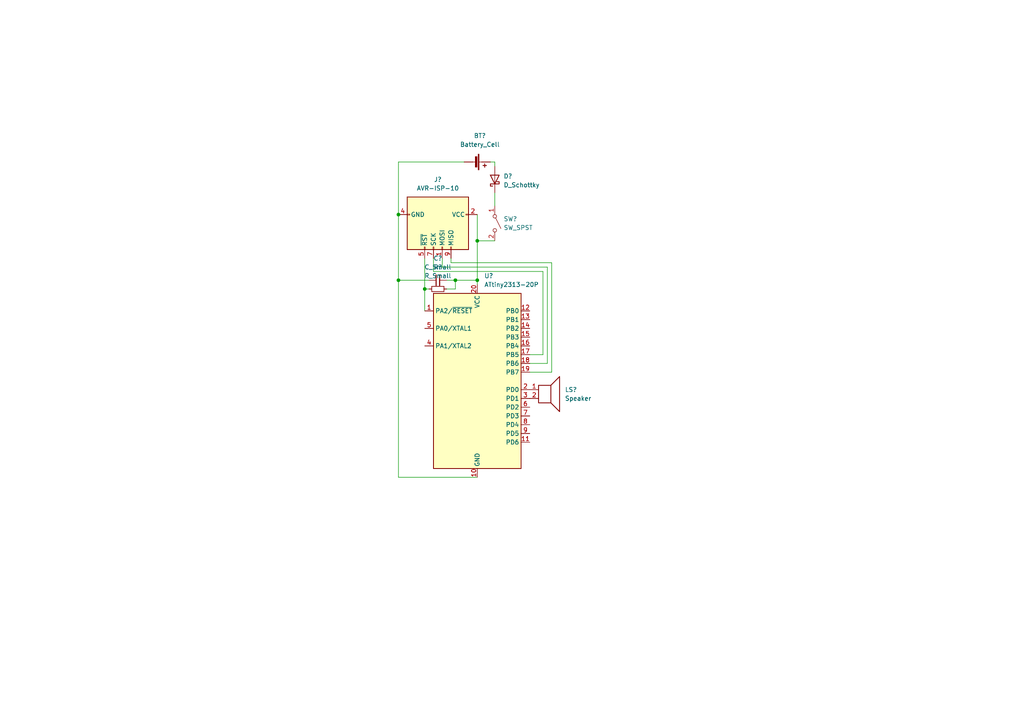
<source format=kicad_sch>
(kicad_sch (version 20211123) (generator eeschema)
  (paper "A4")
  (lib_symbols
    (symbol "Connector:AVR-ISP-10" (pin_names (offset 1.016))
      (property "Reference" "J" (at -6.35 11.43 0))
      (property "Value" "AVR-ISP-10" (at 0 11.43 0))
      (symbol "AVR-ISP-10_0_1"
        (rectangle (start -2.667 -6.858) (end -2.413 -7.62))
        (rectangle (start -2.667 10.16) (end -2.413 9.398))
        (rectangle (start 7.62 -2.413) (end 6.858 -2.667))
        (rectangle (start 7.62 0.127) (end 6.858 -0.127))
        (rectangle (start 7.62 2.667) (end 6.858 2.413))
        (rectangle (start 7.62 5.207) (end 6.858 4.953))
        (rectangle (start 7.62 10.16) (end -7.62 -7.62) (stroke (width 0.254)) (fill (type background)))
      )
      (symbol "AVR-ISP-10_1_1"
        (pin passive line (at 10.16 2.54 180) (length 2.54) (name "MOSI") (number "1"))
        (pin passive line (at -2.54 -10.16 90) (length 2.54) hide (name "GND") (number "10"))
        (pin passive line (at -2.54 12.7 270) (length 2.54) (name "VCC") (number "2"))
        (pin no_connect line (at 7.62 -5.08 180) (length 2.54) hide (name "NC") (number "3"))
        (pin passive line (at -2.54 -10.16 90) (length 2.54) (name "GND") (number "4"))
        (pin passive line (at 10.16 -2.54 180) (length 2.54) (name "~{RST}") (number "5"))
        (pin passive line (at -2.54 -10.16 90) (length 2.54) hide (name "GND") (number "6"))
        (pin passive line (at 10.16 0 180) (length 2.54) (name "SCK") (number "7"))
        (pin passive line (at -2.54 -10.16 90) (length 2.54) hide (name "GND") (number "8"))
        (pin passive line (at 10.16 5.08 180) (length 2.54) (name "MISO") (number "9"))
      )
    )
    (symbol "Device:Battery_Cell" (pin_numbers hide) (pin_names (offset 0) hide)
      (property "Reference" "BT" (at 2.54 2.54 0))
      (property "Value" "Battery_Cell" (at 2.54 0 0))
      (symbol "Battery_Cell_0_1"
        (rectangle (start -2.286 1.778) (end 2.286 1.524) (fill (type outline)))
        (rectangle (start -1.5748 1.1938) (end 1.4732 0.6858) (fill (type outline)))
        (polyline (pts (xy 0 0.762) (xy 0 0)))
        (polyline (pts (xy 0 1.778) (xy 0 2.54)))
        (polyline (pts (xy 0.508 3.429) (xy 1.524 3.429)) (stroke (width 0.254)))
        (polyline (pts (xy 1.016 3.937) (xy 1.016 2.921)) (stroke (width 0.254)))
      )
      (symbol "Battery_Cell_1_1"
        (pin passive line (at 0 5.08 270) (length 2.54) (name "+") (number "1"))
        (pin passive line (at 0 -2.54 90) (length 2.54) (name "-") (number "2"))
      )
    )
    (symbol "Device:C_Small" (pin_numbers hide) (pin_names (offset 0.254) hide)
      (property "Reference" "C" (at 0.254 1.778 0))
      (property "Value" "C_Small" (at 0.254 -2.032 0))
      (symbol "C_Small_0_1"
        (polyline (pts (xy -1.524 -0.508) (xy 1.524 -0.508)) (stroke (width 0.3302)))
        (polyline (pts (xy -1.524 0.508) (xy 1.524 0.508)) (stroke (width 0.3048)))
      )
      (symbol "C_Small_1_1"
        (pin passive line (at 0 2.54 270) (length 2.032) (name "~") (number "1"))
        (pin passive line (at 0 -2.54 90) (length 2.032) (name "~") (number "2"))
      )
    )
    (symbol "Device:D_Schottky" (pin_numbers hide) (pin_names (offset 1.016) hide)
      (property "Reference" "D" (at 0 2.54 0))
      (property "Value" "D_Schottky" (at 0 -2.54 0))
      (symbol "D_Schottky_0_1"
        (polyline (pts (xy 1.27 0) (xy -1.27 0)))
        (polyline (pts (xy 1.27 1.27) (xy 1.27 -1.27) (xy -1.27 0) (xy 1.27 1.27)) (stroke (width 0.254)))
        (polyline (pts (xy -1.905 0.635) (xy -1.905 1.27) (xy -1.27 1.27) (xy -1.27 -1.27) (xy -0.635 -1.27) (xy -0.635 -0.635)) (stroke (width 0.254)))
      )
      (symbol "D_Schottky_1_1"
        (pin passive line (at -3.81 0 0) (length 2.54) (name "K") (number "1"))
        (pin passive line (at 3.81 0 180) (length 2.54) (name "A") (number "2"))
      )
    )
    (symbol "Device:R_Small" (pin_numbers hide) (pin_names (offset 0.254) hide)
      (property "Reference" "R" (at 0.762 0.508 0))
      (property "Value" "R_Small" (at 0.762 -1.016 0))
      (symbol "R_Small_0_1"
        (rectangle (start -0.762 1.778) (end 0.762 -1.778) (stroke (width 0.2032)))
      )
      (symbol "R_Small_1_1"
        (pin passive line (at 0 2.54 270) (length 0.762) (name "~") (number "1"))
        (pin passive line (at 0 -2.54 90) (length 0.762) (name "~") (number "2"))
      )
    )
    (symbol "Device:Speaker" (pin_names (offset 0) hide)
      (property "Reference" "LS" (at 1.27 5.715 0))
      (property "Value" "Speaker" (at 1.27 3.81 0))
      (symbol "Speaker_0_0"
        (rectangle (start -2.54 1.27) (end 1.016 -3.81) (stroke (width 0.254)))
        (polyline (pts (xy 1.016 1.27) (xy 3.556 3.81) (xy 3.556 -6.35) (xy 1.016 -3.81)) (stroke (width 0.254)))
      )
      (symbol "Speaker_1_1"
        (pin input line (at -5.08 0 0) (length 2.54) (name "1") (number "1"))
        (pin input line (at -5.08 -2.54 0) (length 2.54) (name "2") (number "2"))
      )
    )
    (symbol "MCU_Microchip_ATtiny:ATtiny2313-20P"
      (property "Reference" "U" (at -12.7 26.67 0))
      (property "Value" "ATtiny2313-20P" (at 2.54 -26.67 0))
      (symbol "ATtiny2313-20P_0_1"
        (rectangle (start -12.7 -25.4) (end 12.7 25.4) (stroke (width 0.254)) (fill (type background)))
      )
      (symbol "ATtiny2313-20P_1_1"
        (pin bidirectional line (at -15.24 20.32 0) (length 2.54) (name "PA2/~{RESET}") (number "1"))
        (pin power_in line (at 0 -27.94 90) (length 2.54) (name "GND") (number "10"))
        (pin bidirectional line (at 15.24 -17.78 180) (length 2.54) (name "PD6") (number "11"))
        (pin bidirectional line (at 15.24 20.32 180) (length 2.54) (name "PB0") (number "12"))
        (pin bidirectional line (at 15.24 17.78 180) (length 2.54) (name "PB1") (number "13"))
        (pin bidirectional line (at 15.24 15.24 180) (length 2.54) (name "PB2") (number "14"))
        (pin bidirectional line (at 15.24 12.7 180) (length 2.54) (name "PB3") (number "15"))
        (pin bidirectional line (at 15.24 10.16 180) (length 2.54) (name "PB4") (number "16"))
        (pin bidirectional line (at 15.24 7.62 180) (length 2.54) (name "PB5") (number "17"))
        (pin bidirectional line (at 15.24 5.08 180) (length 2.54) (name "PB6") (number "18"))
        (pin bidirectional line (at 15.24 2.54 180) (length 2.54) (name "PB7") (number "19"))
        (pin bidirectional line (at 15.24 -2.54 180) (length 2.54) (name "PD0") (number "2"))
        (pin power_in line (at 0 27.94 270) (length 2.54) (name "VCC") (number "20"))
        (pin bidirectional line (at 15.24 -5.08 180) (length 2.54) (name "PD1") (number "3"))
        (pin bidirectional line (at -15.24 10.16 0) (length 2.54) (name "PA1/XTAL2") (number "4"))
        (pin bidirectional line (at -15.24 15.24 0) (length 2.54) (name "PA0/XTAL1") (number "5"))
        (pin bidirectional line (at 15.24 -7.62 180) (length 2.54) (name "PD2") (number "6"))
        (pin bidirectional line (at 15.24 -10.16 180) (length 2.54) (name "PD3") (number "7"))
        (pin bidirectional line (at 15.24 -12.7 180) (length 2.54) (name "PD4") (number "8"))
        (pin bidirectional line (at 15.24 -15.24 180) (length 2.54) (name "PD5") (number "9"))
      )
    )
    (symbol "Switch:SW_SPST" (pin_names (offset 0) hide)
      (property "Reference" "SW" (at 0 3.175 0))
      (property "Value" "SW_SPST" (at 0 -2.54 0))
      (symbol "SW_SPST_0_0"
        (circle (center -2.032 0) (radius 0.508))
        (polyline (pts (xy -1.524 0.254) (xy 1.524 1.778)))
        (circle (center 2.032 0) (radius 0.508))
      )
      (symbol "SW_SPST_1_1"
        (pin passive line (at -5.08 0 0) (length 2.54) (name "A") (number "1"))
        (pin passive line (at 5.08 0 180) (length 2.54) (name "B") (number "2"))
      )
    )
  )
  (junction (at 115.57 62.23))
  (junction (at 138.43 69.85))
  (junction (at 115.57 81.28))
  (junction (at 138.43 81.28))
  (junction (at 132.08 81.28))
  (junction (at 123.19 83.82))
  (wire (pts (xy 115.57 62.23) (xy 115.57 81.28)))
  (wire (pts (xy 160.02 76.2) (xy 130.81 76.2)))
  (wire (pts (xy 157.48 78.74) (xy 125.73 78.74)))
  (wire (pts (xy 123.19 83.82) (xy 124.46 83.82)))
  (wire (pts (xy 158.75 105.41) (xy 158.75 77.47)))
  (wire (pts (xy 129.54 83.82) (xy 132.08 83.82)))
  (wire (pts (xy 115.57 81.28) (xy 115.57 138.43)))
  (wire (pts (xy 160.02 107.95) (xy 160.02 76.2)))
  (wire (pts (xy 153.67 105.41) (xy 158.75 105.41)))
  (wire (pts (xy 143.51 48.26) (xy 143.51 46.99)))
  (wire (pts (xy 134.62 46.99) (xy 115.57 46.99)))
  (wire (pts (xy 132.08 81.28) (xy 138.43 81.28)))
  (wire (pts (xy 138.43 81.28) (xy 138.43 82.55)))
  (wire (pts (xy 130.81 76.2) (xy 130.81 74.93)))
  (wire (pts (xy 153.67 102.87) (xy 157.48 102.87)))
  (wire (pts (xy 153.67 107.95) (xy 160.02 107.95)))
  (wire (pts (xy 138.43 69.85) (xy 138.43 81.28)))
  (wire (pts (xy 123.19 74.93) (xy 123.19 83.82)))
  (wire (pts (xy 125.73 78.74) (xy 125.73 74.93)))
  (wire (pts (xy 158.75 77.47) (xy 128.27 77.47)))
  (wire (pts (xy 132.08 83.82) (xy 132.08 81.28)))
  (wire (pts (xy 138.43 62.23) (xy 138.43 69.85)))
  (wire (pts (xy 115.57 46.99) (xy 115.57 62.23)))
  (wire (pts (xy 123.19 83.82) (xy 123.19 90.17)))
  (wire (pts (xy 157.48 102.87) (xy 157.48 78.74)))
  (wire (pts (xy 128.27 77.47) (xy 128.27 74.93)))
  (wire (pts (xy 129.54 81.28) (xy 132.08 81.28)))
  (wire (pts (xy 142.24 46.99) (xy 143.51 46.99)))
  (wire (pts (xy 138.43 69.85) (xy 143.51 69.85)))
  (wire (pts (xy 115.57 138.43) (xy 138.43 138.43)))
  (wire (pts (xy 115.57 81.28) (xy 124.46 81.28)))
  (wire (pts (xy 143.51 59.69) (xy 143.51 55.88)))
  (symbol (lib_id "Device:D_Schottky") (at 143.51 52.07 90) (unit 1)
    (property "Reference" "D?" (at 146.05 51.1174 90) (effects (justify right)))
    (property "Value" "D_Schottky" (at 146.05 53.6574 90) (effects (justify right)))
  )
  (symbol (lib_id "Connector:AVR-ISP-10") (at 125.73 64.77 270) (unit 1)
    (property "Reference" "J?" (at 127 52.07 90))
    (property "Value" "AVR-ISP-10" (at 127 54.61 90))
    (property "Footprint" "Connector_IDC:IDC-Header_2x05_P2.54mm_Vertical" (effects hide))
    (property "Datasheet" " ~" (effects hide))
  )
  (symbol (lib_id "MCU_Microchip_ATtiny:ATtiny2313-20P") (at 138.43 110.49 0) (unit 1)
    (property "Reference" "U?" (at 140.4494 80.01 0) (effects (justify left)))
    (property "Value" "ATtiny2313-20P" (at 140.4494 82.55 0) (effects (justify left)))
    (property "Footprint" "Package_DIP:DIP-20_W7.62mm" (effects hide))
    (property "Datasheet" "http://ww1.microchip.com/downloads/en/DeviceDoc/Atmel-2543-AVR-ATtiny2313_Datasheet.pdf" (effects hide))
  )
  (symbol (lib_id "Device:C_Small") (at 127 81.28 90) (unit 1)
    (property "Reference" "C?" (at 127.0063 74.93 90))
    (property "Value" "C_Small" (at 127.0063 77.47 90))
  )
  (symbol (lib_id "Device:R_Small") (at 127 83.82 90) (unit 1)
    (property "Reference" "R?" (at 127 77.47 90))
    (property "Value" "R_Small" (at 127 80.01 90))
  )
  (symbol (lib_id "Device:Battery_Cell") (at 137.16 46.99 270) (unit 1)
    (property "Reference" "BT?" (at 139.192 39.37 90))
    (property "Value" "Battery_Cell" (at 139.192 41.91 90))
  )
  (symbol (lib_id "Switch:SW_SPST") (at 143.51 64.77 270) (unit 1)
    (property "Reference" "SW?" (at 146.05 63.4999 90) (effects (justify left)))
    (property "Value" "SW_SPST" (at 146.05 66.0399 90) (effects (justify left)))
  )
  (symbol (lib_id "Device:Speaker") (at 158.75 113.03 0) (unit 1)
    (property "Reference" "LS?" (at 163.83 113.0299 0) (effects (justify left)))
    (property "Value" "Speaker" (at 163.83 115.5699 0) (effects (justify left)))
  )
)
</source>
